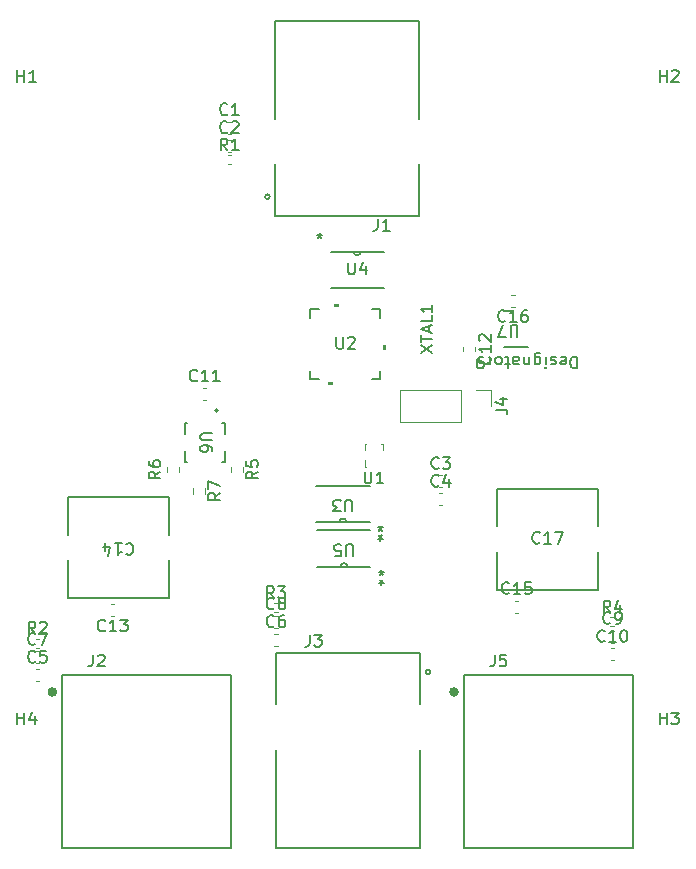
<source format=gbr>
%TF.GenerationSoftware,KiCad,Pcbnew,(7.0.0)*%
%TF.CreationDate,2023-04-25T20:48:09-05:00*%
%TF.ProjectId,GP2040-CE Planter,47503230-3430-42d4-9345-20506c616e74,rev?*%
%TF.SameCoordinates,Original*%
%TF.FileFunction,Legend,Top*%
%TF.FilePolarity,Positive*%
%FSLAX46Y46*%
G04 Gerber Fmt 4.6, Leading zero omitted, Abs format (unit mm)*
G04 Created by KiCad (PCBNEW (7.0.0)) date 2023-04-25 20:48:09*
%MOMM*%
%LPD*%
G01*
G04 APERTURE LIST*
%ADD10C,0.150000*%
%ADD11C,0.200000*%
%ADD12C,0.127000*%
%ADD13C,0.152400*%
%ADD14C,0.120000*%
%ADD15C,0.400000*%
G04 APERTURE END LIST*
D10*
%TO.C,U7*%
X152361904Y-39232619D02*
X152361904Y-38423095D01*
X152361904Y-38423095D02*
X152314285Y-38327857D01*
X152314285Y-38327857D02*
X152266666Y-38280238D01*
X152266666Y-38280238D02*
X152171428Y-38232619D01*
X152171428Y-38232619D02*
X151980952Y-38232619D01*
X151980952Y-38232619D02*
X151885714Y-38280238D01*
X151885714Y-38280238D02*
X151838095Y-38327857D01*
X151838095Y-38327857D02*
X151790476Y-38423095D01*
X151790476Y-38423095D02*
X151790476Y-39232619D01*
X151409523Y-39232619D02*
X150742857Y-39232619D01*
X150742857Y-39232619D02*
X151171428Y-38232619D01*
X157414485Y-40925019D02*
X157414485Y-41925019D01*
X157414485Y-41925019D02*
X157176390Y-41925019D01*
X157176390Y-41925019D02*
X157033533Y-41877400D01*
X157033533Y-41877400D02*
X156938295Y-41782161D01*
X156938295Y-41782161D02*
X156890676Y-41686923D01*
X156890676Y-41686923D02*
X156843057Y-41496447D01*
X156843057Y-41496447D02*
X156843057Y-41353590D01*
X156843057Y-41353590D02*
X156890676Y-41163114D01*
X156890676Y-41163114D02*
X156938295Y-41067876D01*
X156938295Y-41067876D02*
X157033533Y-40972638D01*
X157033533Y-40972638D02*
X157176390Y-40925019D01*
X157176390Y-40925019D02*
X157414485Y-40925019D01*
X156033533Y-40972638D02*
X156128771Y-40925019D01*
X156128771Y-40925019D02*
X156319247Y-40925019D01*
X156319247Y-40925019D02*
X156414485Y-40972638D01*
X156414485Y-40972638D02*
X156462104Y-41067876D01*
X156462104Y-41067876D02*
X156462104Y-41448828D01*
X156462104Y-41448828D02*
X156414485Y-41544066D01*
X156414485Y-41544066D02*
X156319247Y-41591685D01*
X156319247Y-41591685D02*
X156128771Y-41591685D01*
X156128771Y-41591685D02*
X156033533Y-41544066D01*
X156033533Y-41544066D02*
X155985914Y-41448828D01*
X155985914Y-41448828D02*
X155985914Y-41353590D01*
X155985914Y-41353590D02*
X156462104Y-41258352D01*
X155604961Y-40972638D02*
X155509723Y-40925019D01*
X155509723Y-40925019D02*
X155319247Y-40925019D01*
X155319247Y-40925019D02*
X155224009Y-40972638D01*
X155224009Y-40972638D02*
X155176390Y-41067876D01*
X155176390Y-41067876D02*
X155176390Y-41115495D01*
X155176390Y-41115495D02*
X155224009Y-41210733D01*
X155224009Y-41210733D02*
X155319247Y-41258352D01*
X155319247Y-41258352D02*
X155462104Y-41258352D01*
X155462104Y-41258352D02*
X155557342Y-41305971D01*
X155557342Y-41305971D02*
X155604961Y-41401209D01*
X155604961Y-41401209D02*
X155604961Y-41448828D01*
X155604961Y-41448828D02*
X155557342Y-41544066D01*
X155557342Y-41544066D02*
X155462104Y-41591685D01*
X155462104Y-41591685D02*
X155319247Y-41591685D01*
X155319247Y-41591685D02*
X155224009Y-41544066D01*
X154747818Y-40925019D02*
X154747818Y-41591685D01*
X154747818Y-41925019D02*
X154795437Y-41877400D01*
X154795437Y-41877400D02*
X154747818Y-41829780D01*
X154747818Y-41829780D02*
X154700199Y-41877400D01*
X154700199Y-41877400D02*
X154747818Y-41925019D01*
X154747818Y-41925019D02*
X154747818Y-41829780D01*
X153843057Y-41591685D02*
X153843057Y-40782161D01*
X153843057Y-40782161D02*
X153890676Y-40686923D01*
X153890676Y-40686923D02*
X153938295Y-40639304D01*
X153938295Y-40639304D02*
X154033533Y-40591685D01*
X154033533Y-40591685D02*
X154176390Y-40591685D01*
X154176390Y-40591685D02*
X154271628Y-40639304D01*
X153843057Y-40972638D02*
X153938295Y-40925019D01*
X153938295Y-40925019D02*
X154128771Y-40925019D01*
X154128771Y-40925019D02*
X154224009Y-40972638D01*
X154224009Y-40972638D02*
X154271628Y-41020257D01*
X154271628Y-41020257D02*
X154319247Y-41115495D01*
X154319247Y-41115495D02*
X154319247Y-41401209D01*
X154319247Y-41401209D02*
X154271628Y-41496447D01*
X154271628Y-41496447D02*
X154224009Y-41544066D01*
X154224009Y-41544066D02*
X154128771Y-41591685D01*
X154128771Y-41591685D02*
X153938295Y-41591685D01*
X153938295Y-41591685D02*
X153843057Y-41544066D01*
X153366866Y-41591685D02*
X153366866Y-40925019D01*
X153366866Y-41496447D02*
X153319247Y-41544066D01*
X153319247Y-41544066D02*
X153224009Y-41591685D01*
X153224009Y-41591685D02*
X153081152Y-41591685D01*
X153081152Y-41591685D02*
X152985914Y-41544066D01*
X152985914Y-41544066D02*
X152938295Y-41448828D01*
X152938295Y-41448828D02*
X152938295Y-40925019D01*
X152033533Y-40925019D02*
X152033533Y-41448828D01*
X152033533Y-41448828D02*
X152081152Y-41544066D01*
X152081152Y-41544066D02*
X152176390Y-41591685D01*
X152176390Y-41591685D02*
X152366866Y-41591685D01*
X152366866Y-41591685D02*
X152462104Y-41544066D01*
X152033533Y-40972638D02*
X152128771Y-40925019D01*
X152128771Y-40925019D02*
X152366866Y-40925019D01*
X152366866Y-40925019D02*
X152462104Y-40972638D01*
X152462104Y-40972638D02*
X152509723Y-41067876D01*
X152509723Y-41067876D02*
X152509723Y-41163114D01*
X152509723Y-41163114D02*
X152462104Y-41258352D01*
X152462104Y-41258352D02*
X152366866Y-41305971D01*
X152366866Y-41305971D02*
X152128771Y-41305971D01*
X152128771Y-41305971D02*
X152033533Y-41353590D01*
X151700199Y-41591685D02*
X151319247Y-41591685D01*
X151557342Y-41925019D02*
X151557342Y-41067876D01*
X151557342Y-41067876D02*
X151509723Y-40972638D01*
X151509723Y-40972638D02*
X151414485Y-40925019D01*
X151414485Y-40925019D02*
X151319247Y-40925019D01*
X150843056Y-40925019D02*
X150938294Y-40972638D01*
X150938294Y-40972638D02*
X150985913Y-41020257D01*
X150985913Y-41020257D02*
X151033532Y-41115495D01*
X151033532Y-41115495D02*
X151033532Y-41401209D01*
X151033532Y-41401209D02*
X150985913Y-41496447D01*
X150985913Y-41496447D02*
X150938294Y-41544066D01*
X150938294Y-41544066D02*
X150843056Y-41591685D01*
X150843056Y-41591685D02*
X150700199Y-41591685D01*
X150700199Y-41591685D02*
X150604961Y-41544066D01*
X150604961Y-41544066D02*
X150557342Y-41496447D01*
X150557342Y-41496447D02*
X150509723Y-41401209D01*
X150509723Y-41401209D02*
X150509723Y-41115495D01*
X150509723Y-41115495D02*
X150557342Y-41020257D01*
X150557342Y-41020257D02*
X150604961Y-40972638D01*
X150604961Y-40972638D02*
X150700199Y-40925019D01*
X150700199Y-40925019D02*
X150843056Y-40925019D01*
X150081151Y-40925019D02*
X150081151Y-41591685D01*
X150081151Y-41401209D02*
X150033532Y-41496447D01*
X150033532Y-41496447D02*
X149985913Y-41544066D01*
X149985913Y-41544066D02*
X149890675Y-41591685D01*
X149890675Y-41591685D02*
X149795437Y-41591685D01*
X149414484Y-40925019D02*
X149224008Y-40925019D01*
X149224008Y-40925019D02*
X149128770Y-40972638D01*
X149128770Y-40972638D02*
X149081151Y-41020257D01*
X149081151Y-41020257D02*
X148985913Y-41163114D01*
X148985913Y-41163114D02*
X148938294Y-41353590D01*
X148938294Y-41353590D02*
X148938294Y-41734542D01*
X148938294Y-41734542D02*
X148985913Y-41829780D01*
X148985913Y-41829780D02*
X149033532Y-41877400D01*
X149033532Y-41877400D02*
X149128770Y-41925019D01*
X149128770Y-41925019D02*
X149319246Y-41925019D01*
X149319246Y-41925019D02*
X149414484Y-41877400D01*
X149414484Y-41877400D02*
X149462103Y-41829780D01*
X149462103Y-41829780D02*
X149509722Y-41734542D01*
X149509722Y-41734542D02*
X149509722Y-41496447D01*
X149509722Y-41496447D02*
X149462103Y-41401209D01*
X149462103Y-41401209D02*
X149414484Y-41353590D01*
X149414484Y-41353590D02*
X149319246Y-41305971D01*
X149319246Y-41305971D02*
X149128770Y-41305971D01*
X149128770Y-41305971D02*
X149033532Y-41353590D01*
X149033532Y-41353590D02*
X148985913Y-41401209D01*
X148985913Y-41401209D02*
X148938294Y-41496447D01*
%TO.C,J3*%
X134779707Y-64480493D02*
X134779707Y-65195206D01*
X134779707Y-65195206D02*
X134732060Y-65338148D01*
X134732060Y-65338148D02*
X134636765Y-65433443D01*
X134636765Y-65433443D02*
X134493822Y-65481091D01*
X134493822Y-65481091D02*
X134398527Y-65481091D01*
X135160887Y-64480493D02*
X135780305Y-64480493D01*
X135780305Y-64480493D02*
X135446772Y-64861673D01*
X135446772Y-64861673D02*
X135589715Y-64861673D01*
X135589715Y-64861673D02*
X135685010Y-64909321D01*
X135685010Y-64909321D02*
X135732657Y-64956968D01*
X135732657Y-64956968D02*
X135780305Y-65052263D01*
X135780305Y-65052263D02*
X135780305Y-65290501D01*
X135780305Y-65290501D02*
X135732657Y-65385796D01*
X135732657Y-65385796D02*
X135685010Y-65433443D01*
X135685010Y-65433443D02*
X135589715Y-65481091D01*
X135589715Y-65481091D02*
X135303830Y-65481091D01*
X135303830Y-65481091D02*
X135208535Y-65433443D01*
X135208535Y-65433443D02*
X135160887Y-65385796D01*
%TO.C,H4*%
X110038095Y-72067380D02*
X110038095Y-71067380D01*
X110038095Y-71543571D02*
X110609523Y-71543571D01*
X110609523Y-72067380D02*
X110609523Y-71067380D01*
X111514285Y-71400714D02*
X111514285Y-72067380D01*
X111276190Y-71019761D02*
X111038095Y-71734047D01*
X111038095Y-71734047D02*
X111657142Y-71734047D01*
%TO.C,H3*%
X164438095Y-72067380D02*
X164438095Y-71067380D01*
X164438095Y-71543571D02*
X165009523Y-71543571D01*
X165009523Y-72067380D02*
X165009523Y-71067380D01*
X165390476Y-71067380D02*
X166009523Y-71067380D01*
X166009523Y-71067380D02*
X165676190Y-71448333D01*
X165676190Y-71448333D02*
X165819047Y-71448333D01*
X165819047Y-71448333D02*
X165914285Y-71495952D01*
X165914285Y-71495952D02*
X165961904Y-71543571D01*
X165961904Y-71543571D02*
X166009523Y-71638809D01*
X166009523Y-71638809D02*
X166009523Y-71876904D01*
X166009523Y-71876904D02*
X165961904Y-71972142D01*
X165961904Y-71972142D02*
X165914285Y-72019761D01*
X165914285Y-72019761D02*
X165819047Y-72067380D01*
X165819047Y-72067380D02*
X165533333Y-72067380D01*
X165533333Y-72067380D02*
X165438095Y-72019761D01*
X165438095Y-72019761D02*
X165390476Y-71972142D01*
%TO.C,H2*%
X164438095Y-17667380D02*
X164438095Y-16667380D01*
X164438095Y-17143571D02*
X165009523Y-17143571D01*
X165009523Y-17667380D02*
X165009523Y-16667380D01*
X165438095Y-16762619D02*
X165485714Y-16715000D01*
X165485714Y-16715000D02*
X165580952Y-16667380D01*
X165580952Y-16667380D02*
X165819047Y-16667380D01*
X165819047Y-16667380D02*
X165914285Y-16715000D01*
X165914285Y-16715000D02*
X165961904Y-16762619D01*
X165961904Y-16762619D02*
X166009523Y-16857857D01*
X166009523Y-16857857D02*
X166009523Y-16953095D01*
X166009523Y-16953095D02*
X165961904Y-17095952D01*
X165961904Y-17095952D02*
X165390476Y-17667380D01*
X165390476Y-17667380D02*
X166009523Y-17667380D01*
%TO.C,H1*%
X110038095Y-17667380D02*
X110038095Y-16667380D01*
X110038095Y-17143571D02*
X110609523Y-17143571D01*
X110609523Y-17667380D02*
X110609523Y-16667380D01*
X111609523Y-17667380D02*
X111038095Y-17667380D01*
X111323809Y-17667380D02*
X111323809Y-16667380D01*
X111323809Y-16667380D02*
X111228571Y-16810238D01*
X111228571Y-16810238D02*
X111133333Y-16905476D01*
X111133333Y-16905476D02*
X111038095Y-16953095D01*
%TO.C,U6*%
X126532619Y-47438095D02*
X125723095Y-47438095D01*
X125723095Y-47438095D02*
X125627857Y-47485714D01*
X125627857Y-47485714D02*
X125580238Y-47533333D01*
X125580238Y-47533333D02*
X125532619Y-47628571D01*
X125532619Y-47628571D02*
X125532619Y-47819047D01*
X125532619Y-47819047D02*
X125580238Y-47914285D01*
X125580238Y-47914285D02*
X125627857Y-47961904D01*
X125627857Y-47961904D02*
X125723095Y-48009523D01*
X125723095Y-48009523D02*
X126532619Y-48009523D01*
X126532619Y-48914285D02*
X126532619Y-48723809D01*
X126532619Y-48723809D02*
X126485000Y-48628571D01*
X126485000Y-48628571D02*
X126437380Y-48580952D01*
X126437380Y-48580952D02*
X126294523Y-48485714D01*
X126294523Y-48485714D02*
X126104047Y-48438095D01*
X126104047Y-48438095D02*
X125723095Y-48438095D01*
X125723095Y-48438095D02*
X125627857Y-48485714D01*
X125627857Y-48485714D02*
X125580238Y-48533333D01*
X125580238Y-48533333D02*
X125532619Y-48628571D01*
X125532619Y-48628571D02*
X125532619Y-48819047D01*
X125532619Y-48819047D02*
X125580238Y-48914285D01*
X125580238Y-48914285D02*
X125627857Y-48961904D01*
X125627857Y-48961904D02*
X125723095Y-49009523D01*
X125723095Y-49009523D02*
X125961190Y-49009523D01*
X125961190Y-49009523D02*
X126056428Y-48961904D01*
X126056428Y-48961904D02*
X126104047Y-48914285D01*
X126104047Y-48914285D02*
X126151666Y-48819047D01*
X126151666Y-48819047D02*
X126151666Y-48628571D01*
X126151666Y-48628571D02*
X126104047Y-48533333D01*
X126104047Y-48533333D02*
X126056428Y-48485714D01*
X126056428Y-48485714D02*
X125961190Y-48438095D01*
%TO.C,R7*%
X127197380Y-52466666D02*
X126721190Y-52799999D01*
X127197380Y-53038094D02*
X126197380Y-53038094D01*
X126197380Y-53038094D02*
X126197380Y-52657142D01*
X126197380Y-52657142D02*
X126245000Y-52561904D01*
X126245000Y-52561904D02*
X126292619Y-52514285D01*
X126292619Y-52514285D02*
X126387857Y-52466666D01*
X126387857Y-52466666D02*
X126530714Y-52466666D01*
X126530714Y-52466666D02*
X126625952Y-52514285D01*
X126625952Y-52514285D02*
X126673571Y-52561904D01*
X126673571Y-52561904D02*
X126721190Y-52657142D01*
X126721190Y-52657142D02*
X126721190Y-53038094D01*
X126197380Y-52133332D02*
X126197380Y-51466666D01*
X126197380Y-51466666D02*
X127197380Y-51895237D01*
%TO.C,R6*%
X122137380Y-50666666D02*
X121661190Y-50999999D01*
X122137380Y-51238094D02*
X121137380Y-51238094D01*
X121137380Y-51238094D02*
X121137380Y-50857142D01*
X121137380Y-50857142D02*
X121185000Y-50761904D01*
X121185000Y-50761904D02*
X121232619Y-50714285D01*
X121232619Y-50714285D02*
X121327857Y-50666666D01*
X121327857Y-50666666D02*
X121470714Y-50666666D01*
X121470714Y-50666666D02*
X121565952Y-50714285D01*
X121565952Y-50714285D02*
X121613571Y-50761904D01*
X121613571Y-50761904D02*
X121661190Y-50857142D01*
X121661190Y-50857142D02*
X121661190Y-51238094D01*
X121137380Y-49809523D02*
X121137380Y-49999999D01*
X121137380Y-49999999D02*
X121185000Y-50095237D01*
X121185000Y-50095237D02*
X121232619Y-50142856D01*
X121232619Y-50142856D02*
X121375476Y-50238094D01*
X121375476Y-50238094D02*
X121565952Y-50285713D01*
X121565952Y-50285713D02*
X121946904Y-50285713D01*
X121946904Y-50285713D02*
X122042142Y-50238094D01*
X122042142Y-50238094D02*
X122089761Y-50190475D01*
X122089761Y-50190475D02*
X122137380Y-50095237D01*
X122137380Y-50095237D02*
X122137380Y-49904761D01*
X122137380Y-49904761D02*
X122089761Y-49809523D01*
X122089761Y-49809523D02*
X122042142Y-49761904D01*
X122042142Y-49761904D02*
X121946904Y-49714285D01*
X121946904Y-49714285D02*
X121708809Y-49714285D01*
X121708809Y-49714285D02*
X121613571Y-49761904D01*
X121613571Y-49761904D02*
X121565952Y-49809523D01*
X121565952Y-49809523D02*
X121518333Y-49904761D01*
X121518333Y-49904761D02*
X121518333Y-50095237D01*
X121518333Y-50095237D02*
X121565952Y-50190475D01*
X121565952Y-50190475D02*
X121613571Y-50238094D01*
X121613571Y-50238094D02*
X121708809Y-50285713D01*
%TO.C,R5*%
X130397380Y-50666666D02*
X129921190Y-50999999D01*
X130397380Y-51238094D02*
X129397380Y-51238094D01*
X129397380Y-51238094D02*
X129397380Y-50857142D01*
X129397380Y-50857142D02*
X129445000Y-50761904D01*
X129445000Y-50761904D02*
X129492619Y-50714285D01*
X129492619Y-50714285D02*
X129587857Y-50666666D01*
X129587857Y-50666666D02*
X129730714Y-50666666D01*
X129730714Y-50666666D02*
X129825952Y-50714285D01*
X129825952Y-50714285D02*
X129873571Y-50761904D01*
X129873571Y-50761904D02*
X129921190Y-50857142D01*
X129921190Y-50857142D02*
X129921190Y-51238094D01*
X129397380Y-49761904D02*
X129397380Y-50238094D01*
X129397380Y-50238094D02*
X129873571Y-50285713D01*
X129873571Y-50285713D02*
X129825952Y-50238094D01*
X129825952Y-50238094D02*
X129778333Y-50142856D01*
X129778333Y-50142856D02*
X129778333Y-49904761D01*
X129778333Y-49904761D02*
X129825952Y-49809523D01*
X129825952Y-49809523D02*
X129873571Y-49761904D01*
X129873571Y-49761904D02*
X129968809Y-49714285D01*
X129968809Y-49714285D02*
X130206904Y-49714285D01*
X130206904Y-49714285D02*
X130302142Y-49761904D01*
X130302142Y-49761904D02*
X130349761Y-49809523D01*
X130349761Y-49809523D02*
X130397380Y-49904761D01*
X130397380Y-49904761D02*
X130397380Y-50142856D01*
X130397380Y-50142856D02*
X130349761Y-50238094D01*
X130349761Y-50238094D02*
X130302142Y-50285713D01*
%TO.C,C17*%
X154257142Y-56672142D02*
X154209523Y-56719761D01*
X154209523Y-56719761D02*
X154066666Y-56767380D01*
X154066666Y-56767380D02*
X153971428Y-56767380D01*
X153971428Y-56767380D02*
X153828571Y-56719761D01*
X153828571Y-56719761D02*
X153733333Y-56624523D01*
X153733333Y-56624523D02*
X153685714Y-56529285D01*
X153685714Y-56529285D02*
X153638095Y-56338809D01*
X153638095Y-56338809D02*
X153638095Y-56195952D01*
X153638095Y-56195952D02*
X153685714Y-56005476D01*
X153685714Y-56005476D02*
X153733333Y-55910238D01*
X153733333Y-55910238D02*
X153828571Y-55815000D01*
X153828571Y-55815000D02*
X153971428Y-55767380D01*
X153971428Y-55767380D02*
X154066666Y-55767380D01*
X154066666Y-55767380D02*
X154209523Y-55815000D01*
X154209523Y-55815000D02*
X154257142Y-55862619D01*
X155209523Y-56767380D02*
X154638095Y-56767380D01*
X154923809Y-56767380D02*
X154923809Y-55767380D01*
X154923809Y-55767380D02*
X154828571Y-55910238D01*
X154828571Y-55910238D02*
X154733333Y-56005476D01*
X154733333Y-56005476D02*
X154638095Y-56053095D01*
X155542857Y-55767380D02*
X156209523Y-55767380D01*
X156209523Y-55767380D02*
X155780952Y-56767380D01*
%TO.C,C14*%
X119242857Y-56827857D02*
X119290476Y-56780238D01*
X119290476Y-56780238D02*
X119433333Y-56732619D01*
X119433333Y-56732619D02*
X119528571Y-56732619D01*
X119528571Y-56732619D02*
X119671428Y-56780238D01*
X119671428Y-56780238D02*
X119766666Y-56875476D01*
X119766666Y-56875476D02*
X119814285Y-56970714D01*
X119814285Y-56970714D02*
X119861904Y-57161190D01*
X119861904Y-57161190D02*
X119861904Y-57304047D01*
X119861904Y-57304047D02*
X119814285Y-57494523D01*
X119814285Y-57494523D02*
X119766666Y-57589761D01*
X119766666Y-57589761D02*
X119671428Y-57685000D01*
X119671428Y-57685000D02*
X119528571Y-57732619D01*
X119528571Y-57732619D02*
X119433333Y-57732619D01*
X119433333Y-57732619D02*
X119290476Y-57685000D01*
X119290476Y-57685000D02*
X119242857Y-57637380D01*
X118290476Y-56732619D02*
X118861904Y-56732619D01*
X118576190Y-56732619D02*
X118576190Y-57732619D01*
X118576190Y-57732619D02*
X118671428Y-57589761D01*
X118671428Y-57589761D02*
X118766666Y-57494523D01*
X118766666Y-57494523D02*
X118861904Y-57446904D01*
X117433333Y-57399285D02*
X117433333Y-56732619D01*
X117671428Y-57780238D02*
X117909523Y-57065952D01*
X117909523Y-57065952D02*
X117290476Y-57065952D01*
%TO.C,C11*%
X125257142Y-42942142D02*
X125209523Y-42989761D01*
X125209523Y-42989761D02*
X125066666Y-43037380D01*
X125066666Y-43037380D02*
X124971428Y-43037380D01*
X124971428Y-43037380D02*
X124828571Y-42989761D01*
X124828571Y-42989761D02*
X124733333Y-42894523D01*
X124733333Y-42894523D02*
X124685714Y-42799285D01*
X124685714Y-42799285D02*
X124638095Y-42608809D01*
X124638095Y-42608809D02*
X124638095Y-42465952D01*
X124638095Y-42465952D02*
X124685714Y-42275476D01*
X124685714Y-42275476D02*
X124733333Y-42180238D01*
X124733333Y-42180238D02*
X124828571Y-42085000D01*
X124828571Y-42085000D02*
X124971428Y-42037380D01*
X124971428Y-42037380D02*
X125066666Y-42037380D01*
X125066666Y-42037380D02*
X125209523Y-42085000D01*
X125209523Y-42085000D02*
X125257142Y-42132619D01*
X126209523Y-43037380D02*
X125638095Y-43037380D01*
X125923809Y-43037380D02*
X125923809Y-42037380D01*
X125923809Y-42037380D02*
X125828571Y-42180238D01*
X125828571Y-42180238D02*
X125733333Y-42275476D01*
X125733333Y-42275476D02*
X125638095Y-42323095D01*
X127161904Y-43037380D02*
X126590476Y-43037380D01*
X126876190Y-43037380D02*
X126876190Y-42037380D01*
X126876190Y-42037380D02*
X126780952Y-42180238D01*
X126780952Y-42180238D02*
X126685714Y-42275476D01*
X126685714Y-42275476D02*
X126590476Y-42323095D01*
%TO.C,C15*%
X151657142Y-60942142D02*
X151609523Y-60989761D01*
X151609523Y-60989761D02*
X151466666Y-61037380D01*
X151466666Y-61037380D02*
X151371428Y-61037380D01*
X151371428Y-61037380D02*
X151228571Y-60989761D01*
X151228571Y-60989761D02*
X151133333Y-60894523D01*
X151133333Y-60894523D02*
X151085714Y-60799285D01*
X151085714Y-60799285D02*
X151038095Y-60608809D01*
X151038095Y-60608809D02*
X151038095Y-60465952D01*
X151038095Y-60465952D02*
X151085714Y-60275476D01*
X151085714Y-60275476D02*
X151133333Y-60180238D01*
X151133333Y-60180238D02*
X151228571Y-60085000D01*
X151228571Y-60085000D02*
X151371428Y-60037380D01*
X151371428Y-60037380D02*
X151466666Y-60037380D01*
X151466666Y-60037380D02*
X151609523Y-60085000D01*
X151609523Y-60085000D02*
X151657142Y-60132619D01*
X152609523Y-61037380D02*
X152038095Y-61037380D01*
X152323809Y-61037380D02*
X152323809Y-60037380D01*
X152323809Y-60037380D02*
X152228571Y-60180238D01*
X152228571Y-60180238D02*
X152133333Y-60275476D01*
X152133333Y-60275476D02*
X152038095Y-60323095D01*
X153514285Y-60037380D02*
X153038095Y-60037380D01*
X153038095Y-60037380D02*
X152990476Y-60513571D01*
X152990476Y-60513571D02*
X153038095Y-60465952D01*
X153038095Y-60465952D02*
X153133333Y-60418333D01*
X153133333Y-60418333D02*
X153371428Y-60418333D01*
X153371428Y-60418333D02*
X153466666Y-60465952D01*
X153466666Y-60465952D02*
X153514285Y-60513571D01*
X153514285Y-60513571D02*
X153561904Y-60608809D01*
X153561904Y-60608809D02*
X153561904Y-60846904D01*
X153561904Y-60846904D02*
X153514285Y-60942142D01*
X153514285Y-60942142D02*
X153466666Y-60989761D01*
X153466666Y-60989761D02*
X153371428Y-61037380D01*
X153371428Y-61037380D02*
X153133333Y-61037380D01*
X153133333Y-61037380D02*
X153038095Y-60989761D01*
X153038095Y-60989761D02*
X152990476Y-60942142D01*
%TO.C,J4*%
X150522380Y-45433333D02*
X151236666Y-45433333D01*
X151236666Y-45433333D02*
X151379523Y-45480952D01*
X151379523Y-45480952D02*
X151474761Y-45576190D01*
X151474761Y-45576190D02*
X151522380Y-45719047D01*
X151522380Y-45719047D02*
X151522380Y-45814285D01*
X150855714Y-44528571D02*
X151522380Y-44528571D01*
X150474761Y-44766666D02*
X151189047Y-45004761D01*
X151189047Y-45004761D02*
X151189047Y-44385714D01*
%TO.C,C16*%
X151357142Y-37902142D02*
X151309523Y-37949761D01*
X151309523Y-37949761D02*
X151166666Y-37997380D01*
X151166666Y-37997380D02*
X151071428Y-37997380D01*
X151071428Y-37997380D02*
X150928571Y-37949761D01*
X150928571Y-37949761D02*
X150833333Y-37854523D01*
X150833333Y-37854523D02*
X150785714Y-37759285D01*
X150785714Y-37759285D02*
X150738095Y-37568809D01*
X150738095Y-37568809D02*
X150738095Y-37425952D01*
X150738095Y-37425952D02*
X150785714Y-37235476D01*
X150785714Y-37235476D02*
X150833333Y-37140238D01*
X150833333Y-37140238D02*
X150928571Y-37045000D01*
X150928571Y-37045000D02*
X151071428Y-36997380D01*
X151071428Y-36997380D02*
X151166666Y-36997380D01*
X151166666Y-36997380D02*
X151309523Y-37045000D01*
X151309523Y-37045000D02*
X151357142Y-37092619D01*
X152309523Y-37997380D02*
X151738095Y-37997380D01*
X152023809Y-37997380D02*
X152023809Y-36997380D01*
X152023809Y-36997380D02*
X151928571Y-37140238D01*
X151928571Y-37140238D02*
X151833333Y-37235476D01*
X151833333Y-37235476D02*
X151738095Y-37283095D01*
X153166666Y-36997380D02*
X152976190Y-36997380D01*
X152976190Y-36997380D02*
X152880952Y-37045000D01*
X152880952Y-37045000D02*
X152833333Y-37092619D01*
X152833333Y-37092619D02*
X152738095Y-37235476D01*
X152738095Y-37235476D02*
X152690476Y-37425952D01*
X152690476Y-37425952D02*
X152690476Y-37806904D01*
X152690476Y-37806904D02*
X152738095Y-37902142D01*
X152738095Y-37902142D02*
X152785714Y-37949761D01*
X152785714Y-37949761D02*
X152880952Y-37997380D01*
X152880952Y-37997380D02*
X153071428Y-37997380D01*
X153071428Y-37997380D02*
X153166666Y-37949761D01*
X153166666Y-37949761D02*
X153214285Y-37902142D01*
X153214285Y-37902142D02*
X153261904Y-37806904D01*
X153261904Y-37806904D02*
X153261904Y-37568809D01*
X153261904Y-37568809D02*
X153214285Y-37473571D01*
X153214285Y-37473571D02*
X153166666Y-37425952D01*
X153166666Y-37425952D02*
X153071428Y-37378333D01*
X153071428Y-37378333D02*
X152880952Y-37378333D01*
X152880952Y-37378333D02*
X152785714Y-37425952D01*
X152785714Y-37425952D02*
X152738095Y-37473571D01*
X152738095Y-37473571D02*
X152690476Y-37568809D01*
%TO.C,R4*%
X160233333Y-62597380D02*
X159900000Y-62121190D01*
X159661905Y-62597380D02*
X159661905Y-61597380D01*
X159661905Y-61597380D02*
X160042857Y-61597380D01*
X160042857Y-61597380D02*
X160138095Y-61645000D01*
X160138095Y-61645000D02*
X160185714Y-61692619D01*
X160185714Y-61692619D02*
X160233333Y-61787857D01*
X160233333Y-61787857D02*
X160233333Y-61930714D01*
X160233333Y-61930714D02*
X160185714Y-62025952D01*
X160185714Y-62025952D02*
X160138095Y-62073571D01*
X160138095Y-62073571D02*
X160042857Y-62121190D01*
X160042857Y-62121190D02*
X159661905Y-62121190D01*
X161090476Y-61930714D02*
X161090476Y-62597380D01*
X160852381Y-61549761D02*
X160614286Y-62264047D01*
X160614286Y-62264047D02*
X161233333Y-62264047D01*
%TO.C,R2*%
X111558333Y-64397380D02*
X111225000Y-63921190D01*
X110986905Y-64397380D02*
X110986905Y-63397380D01*
X110986905Y-63397380D02*
X111367857Y-63397380D01*
X111367857Y-63397380D02*
X111463095Y-63445000D01*
X111463095Y-63445000D02*
X111510714Y-63492619D01*
X111510714Y-63492619D02*
X111558333Y-63587857D01*
X111558333Y-63587857D02*
X111558333Y-63730714D01*
X111558333Y-63730714D02*
X111510714Y-63825952D01*
X111510714Y-63825952D02*
X111463095Y-63873571D01*
X111463095Y-63873571D02*
X111367857Y-63921190D01*
X111367857Y-63921190D02*
X110986905Y-63921190D01*
X111939286Y-63492619D02*
X111986905Y-63445000D01*
X111986905Y-63445000D02*
X112082143Y-63397380D01*
X112082143Y-63397380D02*
X112320238Y-63397380D01*
X112320238Y-63397380D02*
X112415476Y-63445000D01*
X112415476Y-63445000D02*
X112463095Y-63492619D01*
X112463095Y-63492619D02*
X112510714Y-63587857D01*
X112510714Y-63587857D02*
X112510714Y-63683095D01*
X112510714Y-63683095D02*
X112463095Y-63825952D01*
X112463095Y-63825952D02*
X111891667Y-64397380D01*
X111891667Y-64397380D02*
X112510714Y-64397380D01*
%TO.C,J5*%
X150427585Y-66157665D02*
X150427585Y-66873013D01*
X150427585Y-66873013D02*
X150379896Y-67016083D01*
X150379896Y-67016083D02*
X150284516Y-67111463D01*
X150284516Y-67111463D02*
X150141446Y-67159153D01*
X150141446Y-67159153D02*
X150046066Y-67159153D01*
X151381383Y-66157665D02*
X150904484Y-66157665D01*
X150904484Y-66157665D02*
X150856794Y-66634564D01*
X150856794Y-66634564D02*
X150904484Y-66586874D01*
X150904484Y-66586874D02*
X150999864Y-66539184D01*
X150999864Y-66539184D02*
X151238313Y-66539184D01*
X151238313Y-66539184D02*
X151333693Y-66586874D01*
X151333693Y-66586874D02*
X151381383Y-66634564D01*
X151381383Y-66634564D02*
X151429073Y-66729943D01*
X151429073Y-66729943D02*
X151429073Y-66968393D01*
X151429073Y-66968393D02*
X151381383Y-67063773D01*
X151381383Y-67063773D02*
X151333693Y-67111463D01*
X151333693Y-67111463D02*
X151238313Y-67159153D01*
X151238313Y-67159153D02*
X150999864Y-67159153D01*
X150999864Y-67159153D02*
X150904484Y-67111463D01*
X150904484Y-67111463D02*
X150856794Y-67063773D01*
%TO.C,C3*%
X145708333Y-50342142D02*
X145660714Y-50389761D01*
X145660714Y-50389761D02*
X145517857Y-50437380D01*
X145517857Y-50437380D02*
X145422619Y-50437380D01*
X145422619Y-50437380D02*
X145279762Y-50389761D01*
X145279762Y-50389761D02*
X145184524Y-50294523D01*
X145184524Y-50294523D02*
X145136905Y-50199285D01*
X145136905Y-50199285D02*
X145089286Y-50008809D01*
X145089286Y-50008809D02*
X145089286Y-49865952D01*
X145089286Y-49865952D02*
X145136905Y-49675476D01*
X145136905Y-49675476D02*
X145184524Y-49580238D01*
X145184524Y-49580238D02*
X145279762Y-49485000D01*
X145279762Y-49485000D02*
X145422619Y-49437380D01*
X145422619Y-49437380D02*
X145517857Y-49437380D01*
X145517857Y-49437380D02*
X145660714Y-49485000D01*
X145660714Y-49485000D02*
X145708333Y-49532619D01*
X146041667Y-49437380D02*
X146660714Y-49437380D01*
X146660714Y-49437380D02*
X146327381Y-49818333D01*
X146327381Y-49818333D02*
X146470238Y-49818333D01*
X146470238Y-49818333D02*
X146565476Y-49865952D01*
X146565476Y-49865952D02*
X146613095Y-49913571D01*
X146613095Y-49913571D02*
X146660714Y-50008809D01*
X146660714Y-50008809D02*
X146660714Y-50246904D01*
X146660714Y-50246904D02*
X146613095Y-50342142D01*
X146613095Y-50342142D02*
X146565476Y-50389761D01*
X146565476Y-50389761D02*
X146470238Y-50437380D01*
X146470238Y-50437380D02*
X146184524Y-50437380D01*
X146184524Y-50437380D02*
X146089286Y-50389761D01*
X146089286Y-50389761D02*
X146041667Y-50342142D01*
%TO.C,XTAL1*%
X144167380Y-40593809D02*
X145167380Y-39927143D01*
X144167380Y-39927143D02*
X145167380Y-40593809D01*
X144167380Y-39689047D02*
X144167380Y-39117619D01*
X145167380Y-39403333D02*
X144167380Y-39403333D01*
X144881666Y-38831904D02*
X144881666Y-38355714D01*
X145167380Y-38927142D02*
X144167380Y-38593809D01*
X144167380Y-38593809D02*
X145167380Y-38260476D01*
X145167380Y-37450952D02*
X145167380Y-37927142D01*
X145167380Y-37927142D02*
X144167380Y-37927142D01*
X145167380Y-36593809D02*
X145167380Y-37165237D01*
X145167380Y-36879523D02*
X144167380Y-36879523D01*
X144167380Y-36879523D02*
X144310238Y-36974761D01*
X144310238Y-36974761D02*
X144405476Y-37069999D01*
X144405476Y-37069999D02*
X144453095Y-37165237D01*
%TO.C,U1*%
X139438095Y-50667380D02*
X139438095Y-51476904D01*
X139438095Y-51476904D02*
X139485714Y-51572142D01*
X139485714Y-51572142D02*
X139533333Y-51619761D01*
X139533333Y-51619761D02*
X139628571Y-51667380D01*
X139628571Y-51667380D02*
X139819047Y-51667380D01*
X139819047Y-51667380D02*
X139914285Y-51619761D01*
X139914285Y-51619761D02*
X139961904Y-51572142D01*
X139961904Y-51572142D02*
X140009523Y-51476904D01*
X140009523Y-51476904D02*
X140009523Y-50667380D01*
X141009523Y-51667380D02*
X140438095Y-51667380D01*
X140723809Y-51667380D02*
X140723809Y-50667380D01*
X140723809Y-50667380D02*
X140628571Y-50810238D01*
X140628571Y-50810238D02*
X140533333Y-50905476D01*
X140533333Y-50905476D02*
X140438095Y-50953095D01*
%TO.C,U2*%
X137038095Y-39267380D02*
X137038095Y-40076904D01*
X137038095Y-40076904D02*
X137085714Y-40172142D01*
X137085714Y-40172142D02*
X137133333Y-40219761D01*
X137133333Y-40219761D02*
X137228571Y-40267380D01*
X137228571Y-40267380D02*
X137419047Y-40267380D01*
X137419047Y-40267380D02*
X137514285Y-40219761D01*
X137514285Y-40219761D02*
X137561904Y-40172142D01*
X137561904Y-40172142D02*
X137609523Y-40076904D01*
X137609523Y-40076904D02*
X137609523Y-39267380D01*
X138038095Y-39362619D02*
X138085714Y-39315000D01*
X138085714Y-39315000D02*
X138180952Y-39267380D01*
X138180952Y-39267380D02*
X138419047Y-39267380D01*
X138419047Y-39267380D02*
X138514285Y-39315000D01*
X138514285Y-39315000D02*
X138561904Y-39362619D01*
X138561904Y-39362619D02*
X138609523Y-39457857D01*
X138609523Y-39457857D02*
X138609523Y-39553095D01*
X138609523Y-39553095D02*
X138561904Y-39695952D01*
X138561904Y-39695952D02*
X137990476Y-40267380D01*
X137990476Y-40267380D02*
X138609523Y-40267380D01*
%TO.C,R3*%
X131758333Y-61397380D02*
X131425000Y-60921190D01*
X131186905Y-61397380D02*
X131186905Y-60397380D01*
X131186905Y-60397380D02*
X131567857Y-60397380D01*
X131567857Y-60397380D02*
X131663095Y-60445000D01*
X131663095Y-60445000D02*
X131710714Y-60492619D01*
X131710714Y-60492619D02*
X131758333Y-60587857D01*
X131758333Y-60587857D02*
X131758333Y-60730714D01*
X131758333Y-60730714D02*
X131710714Y-60825952D01*
X131710714Y-60825952D02*
X131663095Y-60873571D01*
X131663095Y-60873571D02*
X131567857Y-60921190D01*
X131567857Y-60921190D02*
X131186905Y-60921190D01*
X132091667Y-60397380D02*
X132710714Y-60397380D01*
X132710714Y-60397380D02*
X132377381Y-60778333D01*
X132377381Y-60778333D02*
X132520238Y-60778333D01*
X132520238Y-60778333D02*
X132615476Y-60825952D01*
X132615476Y-60825952D02*
X132663095Y-60873571D01*
X132663095Y-60873571D02*
X132710714Y-60968809D01*
X132710714Y-60968809D02*
X132710714Y-61206904D01*
X132710714Y-61206904D02*
X132663095Y-61302142D01*
X132663095Y-61302142D02*
X132615476Y-61349761D01*
X132615476Y-61349761D02*
X132520238Y-61397380D01*
X132520238Y-61397380D02*
X132234524Y-61397380D01*
X132234524Y-61397380D02*
X132139286Y-61349761D01*
X132139286Y-61349761D02*
X132091667Y-61302142D01*
%TO.C,C7*%
X111558333Y-65242142D02*
X111510714Y-65289761D01*
X111510714Y-65289761D02*
X111367857Y-65337380D01*
X111367857Y-65337380D02*
X111272619Y-65337380D01*
X111272619Y-65337380D02*
X111129762Y-65289761D01*
X111129762Y-65289761D02*
X111034524Y-65194523D01*
X111034524Y-65194523D02*
X110986905Y-65099285D01*
X110986905Y-65099285D02*
X110939286Y-64908809D01*
X110939286Y-64908809D02*
X110939286Y-64765952D01*
X110939286Y-64765952D02*
X110986905Y-64575476D01*
X110986905Y-64575476D02*
X111034524Y-64480238D01*
X111034524Y-64480238D02*
X111129762Y-64385000D01*
X111129762Y-64385000D02*
X111272619Y-64337380D01*
X111272619Y-64337380D02*
X111367857Y-64337380D01*
X111367857Y-64337380D02*
X111510714Y-64385000D01*
X111510714Y-64385000D02*
X111558333Y-64432619D01*
X111891667Y-64337380D02*
X112558333Y-64337380D01*
X112558333Y-64337380D02*
X112129762Y-65337380D01*
%TO.C,U4*%
X138038095Y-32967380D02*
X138038095Y-33776904D01*
X138038095Y-33776904D02*
X138085714Y-33872142D01*
X138085714Y-33872142D02*
X138133333Y-33919761D01*
X138133333Y-33919761D02*
X138228571Y-33967380D01*
X138228571Y-33967380D02*
X138419047Y-33967380D01*
X138419047Y-33967380D02*
X138514285Y-33919761D01*
X138514285Y-33919761D02*
X138561904Y-33872142D01*
X138561904Y-33872142D02*
X138609523Y-33776904D01*
X138609523Y-33776904D02*
X138609523Y-32967380D01*
X139514285Y-33300714D02*
X139514285Y-33967380D01*
X139276190Y-32919761D02*
X139038095Y-33634047D01*
X139038095Y-33634047D02*
X139657142Y-33634047D01*
X135625000Y-30493780D02*
X135625000Y-30731876D01*
X135386905Y-30636638D02*
X135625000Y-30731876D01*
X135625000Y-30731876D02*
X135863095Y-30636638D01*
X135482143Y-30922352D02*
X135625000Y-30731876D01*
X135625000Y-30731876D02*
X135767857Y-30922352D01*
X135625000Y-30493780D02*
X135625000Y-30731876D01*
X135386905Y-30636638D02*
X135625000Y-30731876D01*
X135625000Y-30731876D02*
X135863095Y-30636638D01*
X135482143Y-30922352D02*
X135625000Y-30731876D01*
X135625000Y-30731876D02*
X135767857Y-30922352D01*
%TO.C,C1*%
X127808333Y-20392142D02*
X127760714Y-20439761D01*
X127760714Y-20439761D02*
X127617857Y-20487380D01*
X127617857Y-20487380D02*
X127522619Y-20487380D01*
X127522619Y-20487380D02*
X127379762Y-20439761D01*
X127379762Y-20439761D02*
X127284524Y-20344523D01*
X127284524Y-20344523D02*
X127236905Y-20249285D01*
X127236905Y-20249285D02*
X127189286Y-20058809D01*
X127189286Y-20058809D02*
X127189286Y-19915952D01*
X127189286Y-19915952D02*
X127236905Y-19725476D01*
X127236905Y-19725476D02*
X127284524Y-19630238D01*
X127284524Y-19630238D02*
X127379762Y-19535000D01*
X127379762Y-19535000D02*
X127522619Y-19487380D01*
X127522619Y-19487380D02*
X127617857Y-19487380D01*
X127617857Y-19487380D02*
X127760714Y-19535000D01*
X127760714Y-19535000D02*
X127808333Y-19582619D01*
X128760714Y-20487380D02*
X128189286Y-20487380D01*
X128475000Y-20487380D02*
X128475000Y-19487380D01*
X128475000Y-19487380D02*
X128379762Y-19630238D01*
X128379762Y-19630238D02*
X128284524Y-19725476D01*
X128284524Y-19725476D02*
X128189286Y-19773095D01*
%TO.C,J1*%
X140543977Y-29283513D02*
X140543977Y-29998226D01*
X140543977Y-29998226D02*
X140496330Y-30141168D01*
X140496330Y-30141168D02*
X140401035Y-30236463D01*
X140401035Y-30236463D02*
X140258092Y-30284111D01*
X140258092Y-30284111D02*
X140162797Y-30284111D01*
X141544575Y-30284111D02*
X140972805Y-30284111D01*
X141258690Y-30284111D02*
X141258690Y-29283513D01*
X141258690Y-29283513D02*
X141163395Y-29426456D01*
X141163395Y-29426456D02*
X141068100Y-29521751D01*
X141068100Y-29521751D02*
X140972805Y-29569398D01*
%TO.C,C10*%
X159757142Y-64992142D02*
X159709523Y-65039761D01*
X159709523Y-65039761D02*
X159566666Y-65087380D01*
X159566666Y-65087380D02*
X159471428Y-65087380D01*
X159471428Y-65087380D02*
X159328571Y-65039761D01*
X159328571Y-65039761D02*
X159233333Y-64944523D01*
X159233333Y-64944523D02*
X159185714Y-64849285D01*
X159185714Y-64849285D02*
X159138095Y-64658809D01*
X159138095Y-64658809D02*
X159138095Y-64515952D01*
X159138095Y-64515952D02*
X159185714Y-64325476D01*
X159185714Y-64325476D02*
X159233333Y-64230238D01*
X159233333Y-64230238D02*
X159328571Y-64135000D01*
X159328571Y-64135000D02*
X159471428Y-64087380D01*
X159471428Y-64087380D02*
X159566666Y-64087380D01*
X159566666Y-64087380D02*
X159709523Y-64135000D01*
X159709523Y-64135000D02*
X159757142Y-64182619D01*
X160709523Y-65087380D02*
X160138095Y-65087380D01*
X160423809Y-65087380D02*
X160423809Y-64087380D01*
X160423809Y-64087380D02*
X160328571Y-64230238D01*
X160328571Y-64230238D02*
X160233333Y-64325476D01*
X160233333Y-64325476D02*
X160138095Y-64373095D01*
X161328571Y-64087380D02*
X161423809Y-64087380D01*
X161423809Y-64087380D02*
X161519047Y-64135000D01*
X161519047Y-64135000D02*
X161566666Y-64182619D01*
X161566666Y-64182619D02*
X161614285Y-64277857D01*
X161614285Y-64277857D02*
X161661904Y-64468333D01*
X161661904Y-64468333D02*
X161661904Y-64706428D01*
X161661904Y-64706428D02*
X161614285Y-64896904D01*
X161614285Y-64896904D02*
X161566666Y-64992142D01*
X161566666Y-64992142D02*
X161519047Y-65039761D01*
X161519047Y-65039761D02*
X161423809Y-65087380D01*
X161423809Y-65087380D02*
X161328571Y-65087380D01*
X161328571Y-65087380D02*
X161233333Y-65039761D01*
X161233333Y-65039761D02*
X161185714Y-64992142D01*
X161185714Y-64992142D02*
X161138095Y-64896904D01*
X161138095Y-64896904D02*
X161090476Y-64706428D01*
X161090476Y-64706428D02*
X161090476Y-64468333D01*
X161090476Y-64468333D02*
X161138095Y-64277857D01*
X161138095Y-64277857D02*
X161185714Y-64182619D01*
X161185714Y-64182619D02*
X161233333Y-64135000D01*
X161233333Y-64135000D02*
X161328571Y-64087380D01*
%TO.C,C6*%
X131758333Y-63742142D02*
X131710714Y-63789761D01*
X131710714Y-63789761D02*
X131567857Y-63837380D01*
X131567857Y-63837380D02*
X131472619Y-63837380D01*
X131472619Y-63837380D02*
X131329762Y-63789761D01*
X131329762Y-63789761D02*
X131234524Y-63694523D01*
X131234524Y-63694523D02*
X131186905Y-63599285D01*
X131186905Y-63599285D02*
X131139286Y-63408809D01*
X131139286Y-63408809D02*
X131139286Y-63265952D01*
X131139286Y-63265952D02*
X131186905Y-63075476D01*
X131186905Y-63075476D02*
X131234524Y-62980238D01*
X131234524Y-62980238D02*
X131329762Y-62885000D01*
X131329762Y-62885000D02*
X131472619Y-62837380D01*
X131472619Y-62837380D02*
X131567857Y-62837380D01*
X131567857Y-62837380D02*
X131710714Y-62885000D01*
X131710714Y-62885000D02*
X131758333Y-62932619D01*
X132615476Y-62837380D02*
X132425000Y-62837380D01*
X132425000Y-62837380D02*
X132329762Y-62885000D01*
X132329762Y-62885000D02*
X132282143Y-62932619D01*
X132282143Y-62932619D02*
X132186905Y-63075476D01*
X132186905Y-63075476D02*
X132139286Y-63265952D01*
X132139286Y-63265952D02*
X132139286Y-63646904D01*
X132139286Y-63646904D02*
X132186905Y-63742142D01*
X132186905Y-63742142D02*
X132234524Y-63789761D01*
X132234524Y-63789761D02*
X132329762Y-63837380D01*
X132329762Y-63837380D02*
X132520238Y-63837380D01*
X132520238Y-63837380D02*
X132615476Y-63789761D01*
X132615476Y-63789761D02*
X132663095Y-63742142D01*
X132663095Y-63742142D02*
X132710714Y-63646904D01*
X132710714Y-63646904D02*
X132710714Y-63408809D01*
X132710714Y-63408809D02*
X132663095Y-63313571D01*
X132663095Y-63313571D02*
X132615476Y-63265952D01*
X132615476Y-63265952D02*
X132520238Y-63218333D01*
X132520238Y-63218333D02*
X132329762Y-63218333D01*
X132329762Y-63218333D02*
X132234524Y-63265952D01*
X132234524Y-63265952D02*
X132186905Y-63313571D01*
X132186905Y-63313571D02*
X132139286Y-63408809D01*
%TO.C,C4*%
X145708333Y-51842142D02*
X145660714Y-51889761D01*
X145660714Y-51889761D02*
X145517857Y-51937380D01*
X145517857Y-51937380D02*
X145422619Y-51937380D01*
X145422619Y-51937380D02*
X145279762Y-51889761D01*
X145279762Y-51889761D02*
X145184524Y-51794523D01*
X145184524Y-51794523D02*
X145136905Y-51699285D01*
X145136905Y-51699285D02*
X145089286Y-51508809D01*
X145089286Y-51508809D02*
X145089286Y-51365952D01*
X145089286Y-51365952D02*
X145136905Y-51175476D01*
X145136905Y-51175476D02*
X145184524Y-51080238D01*
X145184524Y-51080238D02*
X145279762Y-50985000D01*
X145279762Y-50985000D02*
X145422619Y-50937380D01*
X145422619Y-50937380D02*
X145517857Y-50937380D01*
X145517857Y-50937380D02*
X145660714Y-50985000D01*
X145660714Y-50985000D02*
X145708333Y-51032619D01*
X146565476Y-51270714D02*
X146565476Y-51937380D01*
X146327381Y-50889761D02*
X146089286Y-51604047D01*
X146089286Y-51604047D02*
X146708333Y-51604047D01*
%TO.C,C2*%
X127808333Y-21912142D02*
X127760714Y-21959761D01*
X127760714Y-21959761D02*
X127617857Y-22007380D01*
X127617857Y-22007380D02*
X127522619Y-22007380D01*
X127522619Y-22007380D02*
X127379762Y-21959761D01*
X127379762Y-21959761D02*
X127284524Y-21864523D01*
X127284524Y-21864523D02*
X127236905Y-21769285D01*
X127236905Y-21769285D02*
X127189286Y-21578809D01*
X127189286Y-21578809D02*
X127189286Y-21435952D01*
X127189286Y-21435952D02*
X127236905Y-21245476D01*
X127236905Y-21245476D02*
X127284524Y-21150238D01*
X127284524Y-21150238D02*
X127379762Y-21055000D01*
X127379762Y-21055000D02*
X127522619Y-21007380D01*
X127522619Y-21007380D02*
X127617857Y-21007380D01*
X127617857Y-21007380D02*
X127760714Y-21055000D01*
X127760714Y-21055000D02*
X127808333Y-21102619D01*
X128189286Y-21102619D02*
X128236905Y-21055000D01*
X128236905Y-21055000D02*
X128332143Y-21007380D01*
X128332143Y-21007380D02*
X128570238Y-21007380D01*
X128570238Y-21007380D02*
X128665476Y-21055000D01*
X128665476Y-21055000D02*
X128713095Y-21102619D01*
X128713095Y-21102619D02*
X128760714Y-21197857D01*
X128760714Y-21197857D02*
X128760714Y-21293095D01*
X128760714Y-21293095D02*
X128713095Y-21435952D01*
X128713095Y-21435952D02*
X128141667Y-22007380D01*
X128141667Y-22007380D02*
X128760714Y-22007380D01*
%TO.C,C9*%
X160233333Y-63482142D02*
X160185714Y-63529761D01*
X160185714Y-63529761D02*
X160042857Y-63577380D01*
X160042857Y-63577380D02*
X159947619Y-63577380D01*
X159947619Y-63577380D02*
X159804762Y-63529761D01*
X159804762Y-63529761D02*
X159709524Y-63434523D01*
X159709524Y-63434523D02*
X159661905Y-63339285D01*
X159661905Y-63339285D02*
X159614286Y-63148809D01*
X159614286Y-63148809D02*
X159614286Y-63005952D01*
X159614286Y-63005952D02*
X159661905Y-62815476D01*
X159661905Y-62815476D02*
X159709524Y-62720238D01*
X159709524Y-62720238D02*
X159804762Y-62625000D01*
X159804762Y-62625000D02*
X159947619Y-62577380D01*
X159947619Y-62577380D02*
X160042857Y-62577380D01*
X160042857Y-62577380D02*
X160185714Y-62625000D01*
X160185714Y-62625000D02*
X160233333Y-62672619D01*
X160709524Y-63577380D02*
X160900000Y-63577380D01*
X160900000Y-63577380D02*
X160995238Y-63529761D01*
X160995238Y-63529761D02*
X161042857Y-63482142D01*
X161042857Y-63482142D02*
X161138095Y-63339285D01*
X161138095Y-63339285D02*
X161185714Y-63148809D01*
X161185714Y-63148809D02*
X161185714Y-62767857D01*
X161185714Y-62767857D02*
X161138095Y-62672619D01*
X161138095Y-62672619D02*
X161090476Y-62625000D01*
X161090476Y-62625000D02*
X160995238Y-62577380D01*
X160995238Y-62577380D02*
X160804762Y-62577380D01*
X160804762Y-62577380D02*
X160709524Y-62625000D01*
X160709524Y-62625000D02*
X160661905Y-62672619D01*
X160661905Y-62672619D02*
X160614286Y-62767857D01*
X160614286Y-62767857D02*
X160614286Y-63005952D01*
X160614286Y-63005952D02*
X160661905Y-63101190D01*
X160661905Y-63101190D02*
X160709524Y-63148809D01*
X160709524Y-63148809D02*
X160804762Y-63196428D01*
X160804762Y-63196428D02*
X160995238Y-63196428D01*
X160995238Y-63196428D02*
X161090476Y-63148809D01*
X161090476Y-63148809D02*
X161138095Y-63101190D01*
X161138095Y-63101190D02*
X161185714Y-63005952D01*
%TO.C,J2*%
X116427585Y-66157665D02*
X116427585Y-66873013D01*
X116427585Y-66873013D02*
X116379896Y-67016083D01*
X116379896Y-67016083D02*
X116284516Y-67111463D01*
X116284516Y-67111463D02*
X116141446Y-67159153D01*
X116141446Y-67159153D02*
X116046066Y-67159153D01*
X116856794Y-66253044D02*
X116904484Y-66205355D01*
X116904484Y-66205355D02*
X116999864Y-66157665D01*
X116999864Y-66157665D02*
X117238313Y-66157665D01*
X117238313Y-66157665D02*
X117333693Y-66205355D01*
X117333693Y-66205355D02*
X117381383Y-66253044D01*
X117381383Y-66253044D02*
X117429073Y-66348424D01*
X117429073Y-66348424D02*
X117429073Y-66443804D01*
X117429073Y-66443804D02*
X117381383Y-66586874D01*
X117381383Y-66586874D02*
X116809104Y-67159153D01*
X116809104Y-67159153D02*
X117429073Y-67159153D01*
%TO.C,U5*%
X138441904Y-57802619D02*
X138441904Y-56993095D01*
X138441904Y-56993095D02*
X138394285Y-56897857D01*
X138394285Y-56897857D02*
X138346666Y-56850238D01*
X138346666Y-56850238D02*
X138251428Y-56802619D01*
X138251428Y-56802619D02*
X138060952Y-56802619D01*
X138060952Y-56802619D02*
X137965714Y-56850238D01*
X137965714Y-56850238D02*
X137918095Y-56897857D01*
X137918095Y-56897857D02*
X137870476Y-56993095D01*
X137870476Y-56993095D02*
X137870476Y-57802619D01*
X136918095Y-57802619D02*
X137394285Y-57802619D01*
X137394285Y-57802619D02*
X137441904Y-57326428D01*
X137441904Y-57326428D02*
X137394285Y-57374047D01*
X137394285Y-57374047D02*
X137299047Y-57421666D01*
X137299047Y-57421666D02*
X137060952Y-57421666D01*
X137060952Y-57421666D02*
X136965714Y-57374047D01*
X136965714Y-57374047D02*
X136918095Y-57326428D01*
X136918095Y-57326428D02*
X136870476Y-57231190D01*
X136870476Y-57231190D02*
X136870476Y-56993095D01*
X136870476Y-56993095D02*
X136918095Y-56897857D01*
X136918095Y-56897857D02*
X136965714Y-56850238D01*
X136965714Y-56850238D02*
X137060952Y-56802619D01*
X137060952Y-56802619D02*
X137299047Y-56802619D01*
X137299047Y-56802619D02*
X137394285Y-56850238D01*
X137394285Y-56850238D02*
X137441904Y-56897857D01*
X140855000Y-59010980D02*
X140855000Y-59249076D01*
X140616905Y-59153838D02*
X140855000Y-59249076D01*
X140855000Y-59249076D02*
X141093095Y-59153838D01*
X140712143Y-59439552D02*
X140855000Y-59249076D01*
X140855000Y-59249076D02*
X140997857Y-59439552D01*
X140854999Y-60276219D02*
X140854999Y-60038123D01*
X141093094Y-60133361D02*
X140854999Y-60038123D01*
X140854999Y-60038123D02*
X140616904Y-60133361D01*
X140997856Y-59847647D02*
X140854999Y-60038123D01*
X140854999Y-60038123D02*
X140712142Y-59847647D01*
%TO.C,R1*%
X127808333Y-23477380D02*
X127475000Y-23001190D01*
X127236905Y-23477380D02*
X127236905Y-22477380D01*
X127236905Y-22477380D02*
X127617857Y-22477380D01*
X127617857Y-22477380D02*
X127713095Y-22525000D01*
X127713095Y-22525000D02*
X127760714Y-22572619D01*
X127760714Y-22572619D02*
X127808333Y-22667857D01*
X127808333Y-22667857D02*
X127808333Y-22810714D01*
X127808333Y-22810714D02*
X127760714Y-22905952D01*
X127760714Y-22905952D02*
X127713095Y-22953571D01*
X127713095Y-22953571D02*
X127617857Y-23001190D01*
X127617857Y-23001190D02*
X127236905Y-23001190D01*
X128760714Y-23477380D02*
X128189286Y-23477380D01*
X128475000Y-23477380D02*
X128475000Y-22477380D01*
X128475000Y-22477380D02*
X128379762Y-22620238D01*
X128379762Y-22620238D02*
X128284524Y-22715476D01*
X128284524Y-22715476D02*
X128189286Y-22763095D01*
%TO.C,C13*%
X117457142Y-64102142D02*
X117409523Y-64149761D01*
X117409523Y-64149761D02*
X117266666Y-64197380D01*
X117266666Y-64197380D02*
X117171428Y-64197380D01*
X117171428Y-64197380D02*
X117028571Y-64149761D01*
X117028571Y-64149761D02*
X116933333Y-64054523D01*
X116933333Y-64054523D02*
X116885714Y-63959285D01*
X116885714Y-63959285D02*
X116838095Y-63768809D01*
X116838095Y-63768809D02*
X116838095Y-63625952D01*
X116838095Y-63625952D02*
X116885714Y-63435476D01*
X116885714Y-63435476D02*
X116933333Y-63340238D01*
X116933333Y-63340238D02*
X117028571Y-63245000D01*
X117028571Y-63245000D02*
X117171428Y-63197380D01*
X117171428Y-63197380D02*
X117266666Y-63197380D01*
X117266666Y-63197380D02*
X117409523Y-63245000D01*
X117409523Y-63245000D02*
X117457142Y-63292619D01*
X118409523Y-64197380D02*
X117838095Y-64197380D01*
X118123809Y-64197380D02*
X118123809Y-63197380D01*
X118123809Y-63197380D02*
X118028571Y-63340238D01*
X118028571Y-63340238D02*
X117933333Y-63435476D01*
X117933333Y-63435476D02*
X117838095Y-63483095D01*
X118742857Y-63197380D02*
X119361904Y-63197380D01*
X119361904Y-63197380D02*
X119028571Y-63578333D01*
X119028571Y-63578333D02*
X119171428Y-63578333D01*
X119171428Y-63578333D02*
X119266666Y-63625952D01*
X119266666Y-63625952D02*
X119314285Y-63673571D01*
X119314285Y-63673571D02*
X119361904Y-63768809D01*
X119361904Y-63768809D02*
X119361904Y-64006904D01*
X119361904Y-64006904D02*
X119314285Y-64102142D01*
X119314285Y-64102142D02*
X119266666Y-64149761D01*
X119266666Y-64149761D02*
X119171428Y-64197380D01*
X119171428Y-64197380D02*
X118885714Y-64197380D01*
X118885714Y-64197380D02*
X118790476Y-64149761D01*
X118790476Y-64149761D02*
X118742857Y-64102142D01*
%TO.C,C12*%
X150002142Y-40942857D02*
X150049761Y-40990476D01*
X150049761Y-40990476D02*
X150097380Y-41133333D01*
X150097380Y-41133333D02*
X150097380Y-41228571D01*
X150097380Y-41228571D02*
X150049761Y-41371428D01*
X150049761Y-41371428D02*
X149954523Y-41466666D01*
X149954523Y-41466666D02*
X149859285Y-41514285D01*
X149859285Y-41514285D02*
X149668809Y-41561904D01*
X149668809Y-41561904D02*
X149525952Y-41561904D01*
X149525952Y-41561904D02*
X149335476Y-41514285D01*
X149335476Y-41514285D02*
X149240238Y-41466666D01*
X149240238Y-41466666D02*
X149145000Y-41371428D01*
X149145000Y-41371428D02*
X149097380Y-41228571D01*
X149097380Y-41228571D02*
X149097380Y-41133333D01*
X149097380Y-41133333D02*
X149145000Y-40990476D01*
X149145000Y-40990476D02*
X149192619Y-40942857D01*
X150097380Y-39990476D02*
X150097380Y-40561904D01*
X150097380Y-40276190D02*
X149097380Y-40276190D01*
X149097380Y-40276190D02*
X149240238Y-40371428D01*
X149240238Y-40371428D02*
X149335476Y-40466666D01*
X149335476Y-40466666D02*
X149383095Y-40561904D01*
X149192619Y-39609523D02*
X149145000Y-39561904D01*
X149145000Y-39561904D02*
X149097380Y-39466666D01*
X149097380Y-39466666D02*
X149097380Y-39228571D01*
X149097380Y-39228571D02*
X149145000Y-39133333D01*
X149145000Y-39133333D02*
X149192619Y-39085714D01*
X149192619Y-39085714D02*
X149287857Y-39038095D01*
X149287857Y-39038095D02*
X149383095Y-39038095D01*
X149383095Y-39038095D02*
X149525952Y-39085714D01*
X149525952Y-39085714D02*
X150097380Y-39657142D01*
X150097380Y-39657142D02*
X150097380Y-39038095D01*
%TO.C,C5*%
X111558333Y-66742142D02*
X111510714Y-66789761D01*
X111510714Y-66789761D02*
X111367857Y-66837380D01*
X111367857Y-66837380D02*
X111272619Y-66837380D01*
X111272619Y-66837380D02*
X111129762Y-66789761D01*
X111129762Y-66789761D02*
X111034524Y-66694523D01*
X111034524Y-66694523D02*
X110986905Y-66599285D01*
X110986905Y-66599285D02*
X110939286Y-66408809D01*
X110939286Y-66408809D02*
X110939286Y-66265952D01*
X110939286Y-66265952D02*
X110986905Y-66075476D01*
X110986905Y-66075476D02*
X111034524Y-65980238D01*
X111034524Y-65980238D02*
X111129762Y-65885000D01*
X111129762Y-65885000D02*
X111272619Y-65837380D01*
X111272619Y-65837380D02*
X111367857Y-65837380D01*
X111367857Y-65837380D02*
X111510714Y-65885000D01*
X111510714Y-65885000D02*
X111558333Y-65932619D01*
X112463095Y-65837380D02*
X111986905Y-65837380D01*
X111986905Y-65837380D02*
X111939286Y-66313571D01*
X111939286Y-66313571D02*
X111986905Y-66265952D01*
X111986905Y-66265952D02*
X112082143Y-66218333D01*
X112082143Y-66218333D02*
X112320238Y-66218333D01*
X112320238Y-66218333D02*
X112415476Y-66265952D01*
X112415476Y-66265952D02*
X112463095Y-66313571D01*
X112463095Y-66313571D02*
X112510714Y-66408809D01*
X112510714Y-66408809D02*
X112510714Y-66646904D01*
X112510714Y-66646904D02*
X112463095Y-66742142D01*
X112463095Y-66742142D02*
X112415476Y-66789761D01*
X112415476Y-66789761D02*
X112320238Y-66837380D01*
X112320238Y-66837380D02*
X112082143Y-66837380D01*
X112082143Y-66837380D02*
X111986905Y-66789761D01*
X111986905Y-66789761D02*
X111939286Y-66742142D01*
%TO.C,C8*%
X131758333Y-62242142D02*
X131710714Y-62289761D01*
X131710714Y-62289761D02*
X131567857Y-62337380D01*
X131567857Y-62337380D02*
X131472619Y-62337380D01*
X131472619Y-62337380D02*
X131329762Y-62289761D01*
X131329762Y-62289761D02*
X131234524Y-62194523D01*
X131234524Y-62194523D02*
X131186905Y-62099285D01*
X131186905Y-62099285D02*
X131139286Y-61908809D01*
X131139286Y-61908809D02*
X131139286Y-61765952D01*
X131139286Y-61765952D02*
X131186905Y-61575476D01*
X131186905Y-61575476D02*
X131234524Y-61480238D01*
X131234524Y-61480238D02*
X131329762Y-61385000D01*
X131329762Y-61385000D02*
X131472619Y-61337380D01*
X131472619Y-61337380D02*
X131567857Y-61337380D01*
X131567857Y-61337380D02*
X131710714Y-61385000D01*
X131710714Y-61385000D02*
X131758333Y-61432619D01*
X132329762Y-61765952D02*
X132234524Y-61718333D01*
X132234524Y-61718333D02*
X132186905Y-61670714D01*
X132186905Y-61670714D02*
X132139286Y-61575476D01*
X132139286Y-61575476D02*
X132139286Y-61527857D01*
X132139286Y-61527857D02*
X132186905Y-61432619D01*
X132186905Y-61432619D02*
X132234524Y-61385000D01*
X132234524Y-61385000D02*
X132329762Y-61337380D01*
X132329762Y-61337380D02*
X132520238Y-61337380D01*
X132520238Y-61337380D02*
X132615476Y-61385000D01*
X132615476Y-61385000D02*
X132663095Y-61432619D01*
X132663095Y-61432619D02*
X132710714Y-61527857D01*
X132710714Y-61527857D02*
X132710714Y-61575476D01*
X132710714Y-61575476D02*
X132663095Y-61670714D01*
X132663095Y-61670714D02*
X132615476Y-61718333D01*
X132615476Y-61718333D02*
X132520238Y-61765952D01*
X132520238Y-61765952D02*
X132329762Y-61765952D01*
X132329762Y-61765952D02*
X132234524Y-61813571D01*
X132234524Y-61813571D02*
X132186905Y-61861190D01*
X132186905Y-61861190D02*
X132139286Y-61956428D01*
X132139286Y-61956428D02*
X132139286Y-62146904D01*
X132139286Y-62146904D02*
X132186905Y-62242142D01*
X132186905Y-62242142D02*
X132234524Y-62289761D01*
X132234524Y-62289761D02*
X132329762Y-62337380D01*
X132329762Y-62337380D02*
X132520238Y-62337380D01*
X132520238Y-62337380D02*
X132615476Y-62289761D01*
X132615476Y-62289761D02*
X132663095Y-62242142D01*
X132663095Y-62242142D02*
X132710714Y-62146904D01*
X132710714Y-62146904D02*
X132710714Y-61956428D01*
X132710714Y-61956428D02*
X132663095Y-61861190D01*
X132663095Y-61861190D02*
X132615476Y-61813571D01*
X132615476Y-61813571D02*
X132520238Y-61765952D01*
%TO.C,U3*%
X138361904Y-54032619D02*
X138361904Y-53223095D01*
X138361904Y-53223095D02*
X138314285Y-53127857D01*
X138314285Y-53127857D02*
X138266666Y-53080238D01*
X138266666Y-53080238D02*
X138171428Y-53032619D01*
X138171428Y-53032619D02*
X137980952Y-53032619D01*
X137980952Y-53032619D02*
X137885714Y-53080238D01*
X137885714Y-53080238D02*
X137838095Y-53127857D01*
X137838095Y-53127857D02*
X137790476Y-53223095D01*
X137790476Y-53223095D02*
X137790476Y-54032619D01*
X137409523Y-54032619D02*
X136790476Y-54032619D01*
X136790476Y-54032619D02*
X137123809Y-53651666D01*
X137123809Y-53651666D02*
X136980952Y-53651666D01*
X136980952Y-53651666D02*
X136885714Y-53604047D01*
X136885714Y-53604047D02*
X136838095Y-53556428D01*
X136838095Y-53556428D02*
X136790476Y-53461190D01*
X136790476Y-53461190D02*
X136790476Y-53223095D01*
X136790476Y-53223095D02*
X136838095Y-53127857D01*
X136838095Y-53127857D02*
X136885714Y-53080238D01*
X136885714Y-53080238D02*
X136980952Y-53032619D01*
X136980952Y-53032619D02*
X137266666Y-53032619D01*
X137266666Y-53032619D02*
X137361904Y-53080238D01*
X137361904Y-53080238D02*
X137409523Y-53127857D01*
X140774999Y-56506219D02*
X140774999Y-56268123D01*
X141013094Y-56363361D02*
X140774999Y-56268123D01*
X140774999Y-56268123D02*
X140536904Y-56363361D01*
X140917856Y-56077647D02*
X140774999Y-56268123D01*
X140774999Y-56268123D02*
X140632142Y-56077647D01*
X140775000Y-55240980D02*
X140775000Y-55479076D01*
X140536905Y-55383838D02*
X140775000Y-55479076D01*
X140775000Y-55479076D02*
X141013095Y-55383838D01*
X140632143Y-55669552D02*
X140775000Y-55479076D01*
X140775000Y-55479076D02*
X140917857Y-55669552D01*
D11*
%TO.C,U7*%
X153225001Y-40149999D02*
X151250001Y-40149999D01*
X151999999Y-37050001D02*
X151224997Y-37050001D01*
D12*
%TO.C,J3*%
X131940750Y-66000000D02*
X144140750Y-66000000D01*
X131940750Y-70370000D02*
X131940750Y-66000000D01*
X131940750Y-74240000D02*
X131940750Y-82500000D01*
X131940750Y-82500000D02*
X144140750Y-82500000D01*
X144140750Y-66000000D02*
X144140750Y-70370000D01*
X144140750Y-82500000D02*
X144140750Y-74240000D01*
D11*
X144990750Y-67630000D02*
G75*
G03*
X144990750Y-67630000I-200000J0D01*
G01*
D13*
%TO.C,U6*%
X127576999Y-46523001D02*
X127372741Y-46523001D01*
X124427259Y-46523001D02*
X124223001Y-46523001D01*
X124223001Y-46523001D02*
X124223001Y-47492260D01*
X127576999Y-47492260D02*
X127576999Y-46523001D01*
X124223001Y-48907740D02*
X124223001Y-49876999D01*
X127576999Y-49876999D02*
X127576999Y-48907740D01*
X127372741Y-49876999D02*
X127576999Y-49876999D01*
X124223001Y-49876999D02*
X124427259Y-49876999D01*
X127027000Y-45523400D02*
G75*
G03*
X127027000Y-45523400I-127000J0D01*
G01*
D14*
%TO.C,R7*%
X124877500Y-52062742D02*
X124877500Y-52537258D01*
X125922500Y-52062742D02*
X125922500Y-52537258D01*
%TO.C,R6*%
X123722500Y-50737258D02*
X123722500Y-50262742D01*
X122677500Y-50737258D02*
X122677500Y-50262742D01*
%TO.C,R5*%
X128077500Y-50262742D02*
X128077500Y-50737258D01*
X129122500Y-50262742D02*
X129122500Y-50737258D01*
D13*
%TO.C,C17*%
X150620100Y-52120100D02*
X150620100Y-55317960D01*
X150620100Y-57482040D02*
X150620100Y-60679900D01*
X150620100Y-60679900D02*
X159179900Y-60679900D01*
X159179900Y-52120100D02*
X150620100Y-52120100D01*
X159179900Y-55317960D02*
X159179900Y-52120100D01*
X159179900Y-60679900D02*
X159179900Y-57482040D01*
%TO.C,C14*%
X122879900Y-61379900D02*
X122879900Y-58182040D01*
X122879900Y-56017960D02*
X122879900Y-52820100D01*
X122879900Y-52820100D02*
X114320100Y-52820100D01*
X114320100Y-61379900D02*
X122879900Y-61379900D01*
X114320100Y-58182040D02*
X114320100Y-61379900D01*
X114320100Y-52820100D02*
X114320100Y-56017960D01*
D14*
%TO.C,C11*%
X125759420Y-44610000D02*
X126040580Y-44610000D01*
X125759420Y-43590000D02*
X126040580Y-43590000D01*
%TO.C,C15*%
X152159420Y-62610000D02*
X152440580Y-62610000D01*
X152159420Y-61590000D02*
X152440580Y-61590000D01*
%TO.C,J4*%
X150155000Y-43770000D02*
X150155000Y-45100000D01*
X148825000Y-43770000D02*
X150155000Y-43770000D01*
X147555000Y-43770000D02*
X142415000Y-43770000D01*
X147555000Y-43770000D02*
X147555000Y-46430000D01*
X142415000Y-43770000D02*
X142415000Y-46430000D01*
X147555000Y-46430000D02*
X142415000Y-46430000D01*
%TO.C,C16*%
X152140580Y-36710000D02*
X151859420Y-36710000D01*
X152140580Y-35690000D02*
X151859420Y-35690000D01*
%TO.C,R4*%
X160246359Y-63020000D02*
X160553641Y-63020000D01*
X160246359Y-63780000D02*
X160553641Y-63780000D01*
%TO.C,R2*%
X111571359Y-64820000D02*
X111878641Y-64820000D01*
X111571359Y-65580000D02*
X111878641Y-65580000D01*
D12*
%TO.C,J5*%
X147837500Y-67900000D02*
X162137500Y-67900000D01*
X147837500Y-82500000D02*
X147837500Y-67900000D01*
X162137500Y-67900000D02*
X162137500Y-82500000D01*
X162137500Y-82500000D02*
X147837500Y-82500000D01*
D15*
X147187500Y-69330000D02*
G75*
G03*
X147187500Y-69330000I-200000J0D01*
G01*
D14*
%TO.C,C3*%
X145734420Y-50990000D02*
X146015580Y-50990000D01*
X145734420Y-52010000D02*
X146015580Y-52010000D01*
%TO.C,U1*%
X140960000Y-48340000D02*
X140960000Y-48875000D01*
X140825000Y-48340000D02*
X140960000Y-48340000D01*
X139440000Y-50260000D02*
X139575000Y-50260000D01*
X139440000Y-49725000D02*
X139440000Y-50260000D01*
X139440000Y-48340000D02*
X139575000Y-48340000D01*
X139440000Y-48340000D02*
X139440000Y-48875000D01*
D13*
%TO.C,U2*%
X134843999Y-36943999D02*
X134843999Y-37682008D01*
X134843999Y-42117992D02*
X134843999Y-42856001D01*
X134843999Y-42856001D02*
X135581566Y-42856001D01*
X135581566Y-36943999D02*
X134843999Y-36943999D01*
X140018434Y-42856001D02*
X140756001Y-42856001D01*
X140756001Y-36943999D02*
X140018434Y-36943999D01*
X140756001Y-37682008D02*
X140756001Y-36943999D01*
X140756001Y-42856001D02*
X140756001Y-42117992D01*
G36*
X136740185Y-43307999D02*
G01*
X136359185Y-43307999D01*
X136359185Y-43053999D01*
X136740185Y-43053999D01*
X136740185Y-43307999D01*
G37*
G36*
X137240311Y-36746001D02*
G01*
X136859311Y-36746001D01*
X136859311Y-36492001D01*
X137240311Y-36492001D01*
X137240311Y-36746001D01*
G37*
G36*
X141207999Y-40340500D02*
G01*
X140953999Y-40340500D01*
X140953999Y-39959499D01*
X141207999Y-39959499D01*
X141207999Y-40340500D01*
G37*
D14*
%TO.C,R3*%
X131771359Y-62580000D02*
X132078641Y-62580000D01*
X131771359Y-61820000D02*
X132078641Y-61820000D01*
%TO.C,C7*%
X111584420Y-65890000D02*
X111865580Y-65890000D01*
X111584420Y-66910000D02*
X111865580Y-66910000D01*
D13*
%TO.C,U4*%
X136552100Y-35149400D02*
X141047900Y-35149400D01*
X141047900Y-32050600D02*
X136552100Y-32050600D01*
X138495200Y-32050600D02*
G75*
G03*
X139104800Y-32050600I304800J0D01*
G01*
D14*
%TO.C,C1*%
X127834420Y-21040000D02*
X128115580Y-21040000D01*
X127834420Y-22060000D02*
X128115580Y-22060000D01*
D11*
%TO.C,J1*%
X131400000Y-27400000D02*
G75*
G03*
X131400000Y-27400000I-200000J0D01*
G01*
D12*
X131850000Y-12530000D02*
X131850000Y-20790000D01*
X131850000Y-29030000D02*
X131850000Y-24660000D01*
X144050000Y-12530000D02*
X131850000Y-12530000D01*
X144050000Y-20790000D02*
X144050000Y-12530000D01*
X144050000Y-24660000D02*
X144050000Y-29030000D01*
X144050000Y-29030000D02*
X131850000Y-29030000D01*
D14*
%TO.C,C10*%
X160259420Y-66660000D02*
X160540580Y-66660000D01*
X160259420Y-65640000D02*
X160540580Y-65640000D01*
%TO.C,C6*%
X131784420Y-65410000D02*
X132065580Y-65410000D01*
X131784420Y-64390000D02*
X132065580Y-64390000D01*
%TO.C,C4*%
X145734420Y-52490000D02*
X146015580Y-52490000D01*
X145734420Y-53510000D02*
X146015580Y-53510000D01*
%TO.C,C2*%
X127834420Y-22560000D02*
X128115580Y-22560000D01*
X127834420Y-23580000D02*
X128115580Y-23580000D01*
%TO.C,C9*%
X160259420Y-64130000D02*
X160540580Y-64130000D01*
X160259420Y-65150000D02*
X160540580Y-65150000D01*
D15*
%TO.C,J2*%
X113187500Y-69330000D02*
G75*
G03*
X113187500Y-69330000I-200000J0D01*
G01*
D12*
X128137500Y-82500000D02*
X113837500Y-82500000D01*
X128137500Y-67900000D02*
X128137500Y-82500000D01*
X113837500Y-82500000D02*
X113837500Y-67900000D01*
X113837500Y-67900000D02*
X128137500Y-67900000D01*
D13*
%TO.C,U5*%
X137984800Y-58719400D02*
G75*
G03*
X137375200Y-58719400I-304800J0D01*
G01*
X135432100Y-58719400D02*
X139927900Y-58719400D01*
X139927900Y-55620600D02*
X135432100Y-55620600D01*
D14*
%TO.C,R1*%
X127821359Y-23900000D02*
X128128641Y-23900000D01*
X127821359Y-24660000D02*
X128128641Y-24660000D01*
%TO.C,C13*%
X118240580Y-61890000D02*
X117959420Y-61890000D01*
X118240580Y-62910000D02*
X117959420Y-62910000D01*
%TO.C,C12*%
X147790000Y-40159420D02*
X147790000Y-40440580D01*
X148810000Y-40159420D02*
X148810000Y-40440580D01*
%TO.C,C5*%
X111584420Y-67390000D02*
X111865580Y-67390000D01*
X111584420Y-68410000D02*
X111865580Y-68410000D01*
%TO.C,C8*%
X131784420Y-63910000D02*
X132065580Y-63910000D01*
X131784420Y-62890000D02*
X132065580Y-62890000D01*
D13*
%TO.C,U3*%
X139847900Y-51850600D02*
X135352100Y-51850600D01*
X135352100Y-54949400D02*
X139847900Y-54949400D01*
X137904800Y-54949400D02*
G75*
G03*
X137295200Y-54949400I-304800J0D01*
G01*
%TD*%
M02*

</source>
